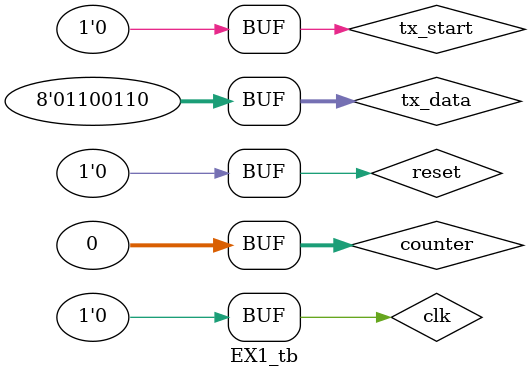
<source format=v>

`timescale 10ns / 100ps

module EX1_tb();

reg clk;
wire clk_uart_tx;
wire clk_uart_rx;
reg reset;
reg tx_start;
reg [7:0] tx_data = 8'h66;
wire [7:0] rx_data;
wire rx_ready;
wire tx;
wire tx_busy;
wire error;

uart_tx tx_mod(.clk(clk_uart_tx), .reset(reset), .tx_start(tx_start), .tx_data(tx_data), .tx(tx), .tx_busy(tx_busy));
uart_rx rx_mod(.clk(clk_uart_rx), .reset(reset), .rx(tx), .rx_data(rx_data), .rx_ready(rx_ready), .error(error));
ClockDivider clk_mod_tx(.clk_50MHz(clk), .reset(reset), .clk_uart(clk_uart_tx));
ClockDivider #(.DIVISOR(250)) clk_mod_rx(.clk_50MHz(clk), .reset(reset), .clk_uart(clk_uart_rx));

always @(posedge clk) begin

end

reg [31:0] counter = 0;

task uart_tick();
	begin
		for (counter = 32'd0; counter < 32'd500; counter = counter + 32'd1) begin
			#1 clk = ~clk;
			#1 clk = ~clk;
		end
	end
endtask

initial	begin
	clk = 1'b0;
end

initial begin
	$dumpfile("ex1.vcd");
	$dumpvars(0, EX1_tb);
	$dumpon;
end


initial begin

	reset = 1'b0;
	tx_start = 1'b0;
 
	uart_tick();

	tx_start = 1'b1;

	uart_tick();

	tx_start = 1'b0;
	uart_tick();
	uart_tick();
	uart_tick();
	uart_tick();
	uart_tick();
	uart_tick();
	uart_tick();
	uart_tick();
	uart_tick();
	uart_tick();
	uart_tick();
	uart_tick();
	uart_tick();
	uart_tick();
	uart_tick();

	// reset = 1'b0; 


	// tx_start = 1'b1;

	// #10 clk = ~clk;
	// #10 clk = ~clk;

	// tx_start = 1'b0;
	
	// for (counter = 32'd0; counter < 32'd5300 * 32'd100; counter = counter + 32'd1) begin
	// 	#10 clk = ~clk;
	// 	#10 clk = ~clk;
	// end

	// if (rx_data == tx_data)
	// 	$display("Test passed, data: %h", rx_data);
	// else
	// 	$display("Test failed, rx_data: %h, tx_data: %h", rx_data, tx_data);


end

endmodule


</source>
